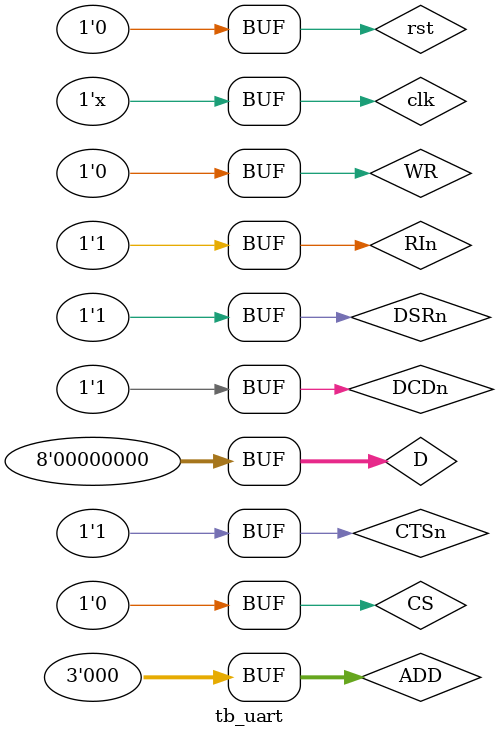
<source format=sv>
`timescale 1ns / 1ps
module tb_uart();

logic clk, rst, CS, WR;
logic [2:0] ADD;
logic [7:0] D; 
logic sRX, CTSn, DSRn, RIn, DCDn;
logic sTX, DTRn, RTSn, OUT1n, OUT2n, TXRDYn, RXRDYn; 
logic IRQ, B_CLK; 
logic [7:0] RD; 

always_comb begin
	CTSn = 1;
	DSRn = 1; 
	RIn = 1; 
	DCDn = 1; 
end

always #5 clk=~clk; 


gh_uart_16550 dut(clk, clk, rst, CS, WR, ADD, D, sRX, CTSn, DSRn, RIn, DCDN,
	sTX, DTRn, RTSn, OUT1n, OUT2n, TXRDYn, RXRDYn, IRQ, B_CLK, RD); 

initial begin
	clk = 0;
	rst = 1;
	CS = 0;
	D = 0;
	WR = 0;
	ADD = 0; 
#10
	rst = 0;
	CS = 1;
	WR = 1;
	ADD = 3;
	D = 8'h83;
#10
	ADD = 0;
	D = 54;
#10
	ADD = 1;
	D = 0;
#10
	ADD = 3;
	D = 3;
#10
	ADD = 2;
	D = 1;
#10
	ADD = 1;
	D = 1;
#10 
	WR = 0;
	CS = 0; 
	ADD = 0;
	D = 0; 
#10
	CS = 1;
	WR = 1; 
	D = 8'haa; 
	ADD = 0;
#10
	CS = 0;
	WR = 0;
	D = 0;

end

endmodule 

</source>
